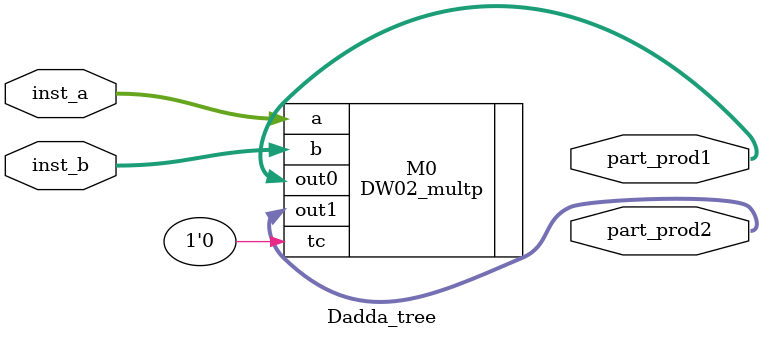
<source format=v>
`timescale 1ns/1ps
`include "/EDA_Tools/Synopsys/synthesis/2018.06/dw/sim_ver/DW02_multp.v"

module Dadda_tree(
    inst_a, inst_b, 
    part_prod1, part_prod2
);

input [23:0] inst_a, inst_b;
output [49:0] part_prod1, part_prod2;

DW02_multp #(24, 24, 50, 3) M0(
    .a(inst_a), .b(inst_b),.tc(1'b0),                 // tc = 0 for unsigned multiplication
    .out0(part_prod1), .out1(part_prod2)
 );



endmodule
</source>
